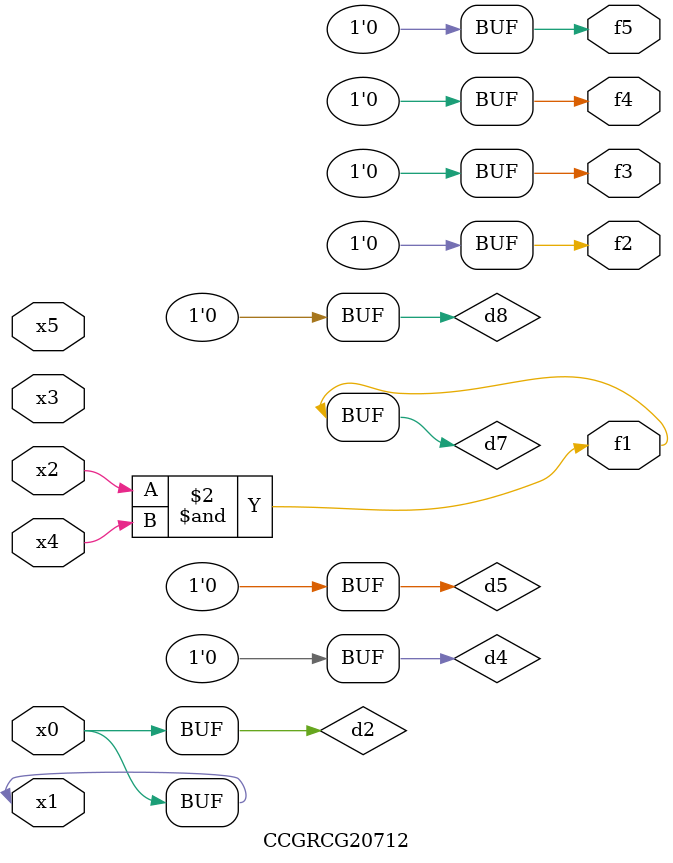
<source format=v>
module CCGRCG20712(
	input x0, x1, x2, x3, x4, x5,
	output f1, f2, f3, f4, f5
);

	wire d1, d2, d3, d4, d5, d6, d7, d8, d9;

	nand (d1, x1);
	buf (d2, x0, x1);
	nand (d3, x2, x4);
	and (d4, d1, d2);
	and (d5, d1, d2);
	nand (d6, d1, d3);
	not (d7, d3);
	xor (d8, d5);
	nor (d9, d5, d6);
	assign f1 = d7;
	assign f2 = d8;
	assign f3 = d8;
	assign f4 = d8;
	assign f5 = d8;
endmodule

</source>
